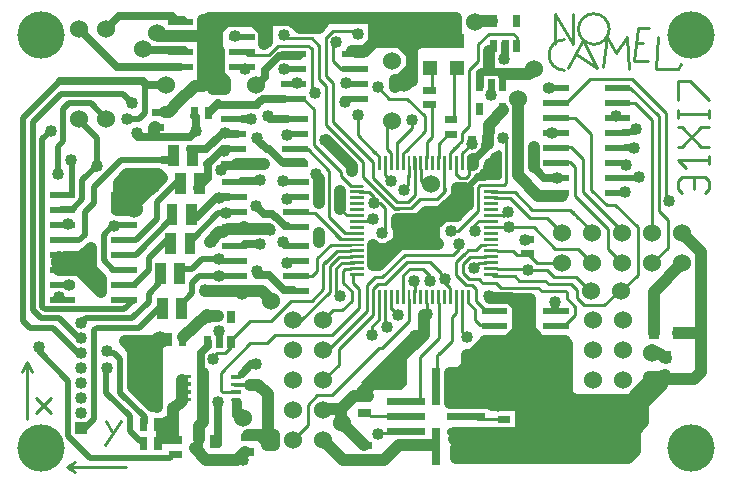
<source format=gbr>
G04 start of page 3 for group 1 idx 2
G04 Title: stribog.main_board, component *
G04 Creator: pcb 20070208 *
G04 CreationDate: Sun Apr  6 09:45:45 2008 UTC *
G04 For: dti *
G04 Format: Gerber/RS-274X *
G04 PCB-Dimensions: 236220 157480 *
G04 PCB-Coordinate-Origin: lower left *
%MOIN*%
%FSLAX24Y24*%
%LNFRONT*%
%ADD11C,0.0400*%
%ADD12C,0.0250*%
%ADD13C,0.0100*%
%ADD14C,0.0200*%
%ADD15C,0.0250*%
%ADD16C,0.0098*%
%ADD17C,0.0600*%
%ADD18R,0.0400X0.0400*%
%ADD19C,0.1575*%
%ADD20R,0.0240X0.0240*%
%ADD21R,0.0200X0.0200*%
%ADD26R,0.0340X0.0340*%
%ADD27C,0.0380*%
%ADD28C,0.0207*%
%ADD29C,0.1260*%
%ADD30C,0.0350*%
%ADD31C,0.0350*%
%ADD32C,0.0336*%
%ADD33C,0.0120*%
%ADD34C,0.0105*%
%ADD35R,0.0500X0.0500*%
%ADD36R,0.0360X0.0360*%
%ADD37R,0.0098X0.0098*%
%ADD38R,0.0250X0.0250*%
%ADD39R,0.0120X0.0120*%
G54D14*G36*
X11631Y3166D02*X13385Y4921D01*
X13438Y4868D01*
X13418Y4827D01*
X13405Y4776D01*
X13400Y4724D01*
X13405Y4672D01*
X13418Y4621D01*
X13441Y4574D01*
X13471Y4531D01*
X13508Y4494D01*
X13550Y4464D01*
X13582Y4449D01*
Y4409D01*
X13188Y4015D01*
Y3110D01*
X12992Y2913D01*
X12086D01*
X12024Y2851D01*
X12015Y2855D01*
X11998Y2860D01*
X11991Y2860D01*
X11992Y2874D01*
X11988Y2926D01*
X11974Y2976D01*
X11952Y3024D01*
X11922Y3066D01*
X11885Y3103D01*
X11842Y3133D01*
X11795Y3155D01*
X11745Y3169D01*
X11692Y3174D01*
X11640Y3169D01*
X11631Y3166D01*
G37*
G54D11*X5236Y12204D02*X5118D01*
X5551Y12519D02*X5236Y12204D01*
X7126Y12952D02*X6732D01*
X6378Y13070D02*X6614Y13307D01*
X7047Y12952D02*X7126D01*
Y13228D01*
X6378Y13070D02*X6102D01*
X5551Y12519D01*
X6574Y15314D02*X11968D01*
X10236Y15000D02*X9606D01*
X10393Y15157D02*X10236Y15000D01*
X9606D02*X9330Y15275D01*
X8700D01*
X8425Y15314D02*X8503Y15236D01*
G54D13*X6850Y10196D02*X7007Y10354D01*
G54D11*X6929Y13425D02*X7126Y13228D01*
X6614Y13307D02*Y14330D01*
X11338Y10393D02*X10472Y11259D01*
X11338Y10236D02*Y10393D01*
X6535Y14606D02*X6929Y14212D01*
X6850Y14417D02*Y15157D01*
X6736Y14302D02*X6850Y14417D01*
X6378Y13070D02*Y15275D01*
X4842Y14842D02*X4960Y14724D01*
X5866D01*
X6811Y14881D02*X7165Y15236D01*
X8425Y14448D02*Y15314D01*
X8503Y15236D02*Y14527D01*
X7165Y15236D02*X8070D01*
X8425Y14724D02*Y14899D01*
X8127Y15196D01*
X6929Y14212D02*Y13504D01*
X6259Y14724D02*X5590D01*
X6535Y15157D02*Y14606D01*
X6653Y15275D02*X6535Y15157D01*
X6378Y15275D02*X6653D01*
X3543Y9291D02*X4055D01*
X3503Y9330D02*X3543Y9291D01*
X4056Y8937D02*X3503D01*
Y9330D01*
X3622Y9488D02*X4370D01*
G54D13*X11192Y8748D02*X10965Y8976D01*
G54D11*X10950D02*X10949Y9566D01*
X8425Y10472D02*X7519D01*
G54D12*X6968Y10275D02*X7086Y10393D01*
X7519D01*
G54D11*X10236Y9173D02*Y9960D01*
X4055Y9291D02*X4448Y9685D01*
X4066Y8927D02*X4056Y8937D01*
X4094Y8976D02*Y9094D01*
X5000Y10000D01*
X4370Y9488D02*X4606Y9724D01*
Y9842D01*
X4448Y9685D02*X4763D01*
X5000Y10000D02*X4881Y10118D01*
X3858D01*
X4606Y9842D02*X3858D01*
Y10118D02*X3582Y9842D01*
Y9448D01*
X3622Y9488D01*
X8661Y5905D02*X8346Y6220D01*
X7802Y8307D02*X8574D01*
X6929Y8188D02*X6614Y7874D01*
X8574Y8307D02*X7204D01*
X7047Y8188D02*X6929D01*
G54D12*X7086Y8307D02*X7322D01*
G54D11*X7764Y8344D02*X7802Y8307D01*
X8346Y6220D02*X6456D01*
X4330Y2913D02*Y4488D01*
X4055Y4291D02*Y3031D01*
X4685Y2401D01*
X4842D01*
X4527Y4448D02*X4566Y4409D01*
Y2677D01*
X4842Y2362D02*Y4567D01*
G54D32*X7519Y2480D02*Y2086D01*
G54D11*X4960Y4606D02*X4921Y4566D01*
X3779D01*
X4055Y4291D01*
X10236Y7952D02*Y8149D01*
Y7874D01*
X1614Y7204D02*X1771Y7362D01*
X2322D01*
X2244Y6929D02*X1574D01*
Y7362D01*
X1614Y7204D02*X1653Y7165D01*
X2440D01*
X2322Y7362D02*X2637Y7677D01*
X2637D01*
Y6968D01*
X2992Y6614D01*
Y6181D01*
X2244Y6929D01*
G54D12*X16456Y14015D02*Y14448D01*
X16417Y13976D02*X16456Y14015D01*
G54D14*X15988Y13190D02*X15984Y13186D01*
Y12677D01*
G54D13*X17401Y11023D02*Y10984D01*
G54D11*Y11023D02*Y10354D01*
G54D12*X17755Y10000D02*X18189D01*
X17401Y10354D02*X17755Y10000D01*
G54D11*X12283Y7362D02*X12086D01*
X12047Y7086D02*Y7755D01*
X12244Y7086D02*X12047D01*
Y7755D02*X12165Y7637D01*
G54D13*X12086Y7362D02*Y7322D01*
G54D11*X12440Y7283D02*X13031Y7874D01*
X12637Y7637D02*X12913Y7913D01*
X12637Y7716D02*Y7480D01*
X12165Y7637D02*X12559D01*
X12637Y7598D02*X12834Y7795D01*
Y8385D02*X12952Y8267D01*
X12935Y8049D01*
X12913Y7913D02*Y8425D01*
X12834Y7795D02*X14212D01*
X13779Y8267D02*X13228D01*
X13189Y8228D01*
Y8031D01*
X13818D01*
X14173Y7812D02*X14212Y7795D01*
X14195Y7812D02*X14094Y7913D01*
X14076Y7930D02*X14094Y8346D01*
X13897Y8149D01*
X13779Y8267D01*
X12637Y7480D02*X12244Y7086D01*
X12559Y7637D02*X12283Y7362D01*
G54D13*X13849Y5581D02*X13818Y5551D01*
G54D16*X13840Y5830D02*Y5582D01*
G54D13*X13700Y4724D02*Y4763D01*
G54D11*X13740Y4763D02*Y5433D01*
Y4763D02*X12992Y4015D01*
X13700Y4724D02*X13464D01*
G54D16*X12462Y5829D02*Y5028D01*
G54D11*X10393Y2259D02*X10417Y2283D01*
X10984D01*
X11417Y2716D01*
X10984Y1803D02*Y2322D01*
G54D12*Y1968D02*Y1811D01*
G54D11*X11417Y2716D02*X11889D01*
X11692Y2874D02*X12322Y3503D01*
X11760Y1106D02*X11023Y1843D01*
X16063Y2480D02*X16102Y2440D01*
X17126D01*
X17007Y1417D02*X16968Y1456D01*
Y2283D01*
X16063Y2480D02*X16023Y2440D01*
X16063Y2480D02*X14685D01*
X14606D02*Y3503D01*
X14960D01*
X15196Y3740D01*
Y4094D01*
G54D13*X15558Y8543D02*X15393Y8385D01*
G54D11*X17283Y5551D02*X16889Y5944D01*
X16692D02*X16653Y5984D01*
X15944D01*
X16968Y5669D02*X16732Y5905D01*
X16889Y5944D02*X16653D01*
X16732Y5905D02*X16889Y5748D01*
Y4921D01*
X16968Y4960D02*Y5669D01*
G54D16*X15811Y8549D02*X15558D01*
G54D12*X15748Y10039D02*X15551D01*
G54D11*X15826Y10118D02*X15787D01*
G54D14*X15551Y10039D02*X16247D01*
X15433Y9921D02*X15551Y10039D01*
G54D16*X15307Y11099D02*X15031Y10823D01*
G54D13*X14842Y9724D02*Y9645D01*
G54D11*X15118D01*
Y9015D01*
G54D14*X15275Y9760D02*X15433Y9918D01*
G54D11*X15202Y9639D02*Y9094D01*
G54D14*X15275Y9685D02*Y9760D01*
G54D11*X15944Y10118D02*Y10472D01*
G54D14*X16247Y10039D02*Y10826D01*
G54D11*X16141Y10669D02*Y10196D01*
G54D14*X16247Y10826D02*X16011Y10590D01*
G54D16*X15021Y10815D02*Y10622D01*
G54D11*X16023Y10314D02*X15826Y10118D01*
G54D13*X14842Y8937D02*Y8858D01*
G54D11*Y8740D02*X14409D01*
X14212Y8543D01*
X14291Y8858D02*X13818D01*
X14842Y9645D02*Y8740D01*
Y9133D02*Y9212D01*
G54D12*X15118Y9015D02*Y8937D01*
X14921Y8740D01*
G54D11*X14409Y8700D02*X14842Y9133D01*
G54D12*X14921Y8740D02*Y8740D01*
G54D11*X14803Y9370D02*X14291Y8858D01*
X14212Y8543D02*X12874D01*
X12834Y8503D01*
Y8385D01*
Y8622D02*Y8464D01*
X13818Y8858D02*X13582Y8622D01*
G54D16*X13249Y10042D02*Y10396D01*
G54D13*X13051Y9610D02*X13208Y9767D01*
G54D16*X13216D02*Y10082D01*
G54D11*X13582Y8622D02*X12834D01*
G54D16*X11321Y8746D02*X11203Y8746D01*
G54D15*X12637Y15039D02*X11732Y14133D01*
G54D11*X12587Y15003D02*X11796Y14212D01*
X11338D01*
G54D15*X11732Y14133D02*X11496D01*
G54D13*X12590Y15000D02*X12992D01*
G54D11*X12559Y14724D02*X13468Y14716D01*
X13346Y14133D02*X12952Y14527D01*
X12677Y15039D02*X12716Y15000D01*
G54D13*X12587Y15003D02*X12590Y15000D01*
G54D11*X12322Y15196D02*Y14960D01*
X12086Y14527D02*Y15196D01*
X12952Y14527D02*X12086D01*
X12598Y15039D02*X12677D01*
X12952Y13267D02*X13346Y13661D01*
Y14133D01*
X12795Y13031D02*Y13267D01*
X12952D01*
X13350Y14598D02*Y13220D01*
X12992Y15000D02*X13031Y14960D01*
X13428Y14519D02*X13700Y14763D01*
X14488Y15000D02*X12992D01*
X13468Y14716D02*X13385Y14606D01*
X14803Y15314D02*X14488Y15000D01*
X13665Y14755D02*X14685Y14763D01*
X14803Y14527D02*Y15314D01*
X13428Y14519D02*X14803Y14527D01*
X11889Y15314D02*X14685D01*
X20944Y2283D02*X20905Y2322D01*
X21063Y1850D02*X20511Y1259D01*
X21574Y3307D02*X21063Y2795D01*
X21435Y3308D02*X21436Y3307D01*
X20787Y2755D02*X21378Y3346D01*
X21692Y3267D02*Y3110D01*
X21653Y3307D02*X21692Y3267D01*
X21063Y2795D02*Y1850D01*
X20630Y1141D02*X20590Y1023D01*
X20630D02*X20551Y984D01*
X20866Y2519D02*X21771Y3425D01*
X21692Y3110D02*X20905Y2322D01*
X19330Y1259D02*X20511D01*
X18582Y2598D02*X20944D01*
X18503Y1968D02*X20944D01*
X18622Y1496D02*X20630D01*
X18582Y1653D02*X20708D01*
X18503Y1259D02*Y4448D01*
X18464Y4566D02*Y4173D01*
X18307Y3622D02*Y3385D01*
Y3031D02*Y2755D01*
Y1259D02*X18503D01*
X18543Y1574D02*X18622Y1496D01*
X18543Y1692D02*X18582Y1653D01*
X20905Y2322D02*X18385D01*
X21259Y3346D02*X21653D01*
X22992Y3543D02*X22755Y3307D01*
X21436D02*X22755D01*
X22992Y6181D02*Y3543D01*
X22362Y8149D02*X22992Y7519D01*
X22234Y4842D02*X22992D01*
Y7519D02*Y6141D01*
X22204Y4812D02*X22234Y4842D01*
X19330Y1259D02*X19251Y1299D01*
X19291D02*X15472D01*
X17677Y1338D02*X17637Y1299D01*
X17126D01*
X17007D02*X17086Y1377D01*
X18307Y2755D02*X18267Y2716D01*
X18307Y2480D02*X17126D01*
X17204Y2165D02*X18307D01*
Y1850D02*X17086D01*
Y1692D02*X17204Y1574D01*
X18267D01*
X20590Y984D02*X14803D01*
Y669D02*X20551D01*
X20787Y905D01*
Y1574D01*
X17086Y1377D02*Y2322D01*
X16771Y2598D02*Y3543D01*
X17165Y2204D02*X17204Y2165D01*
X17086Y2322D02*X16850Y2559D01*
X15354D01*
G54D12*X16181D02*X16614D01*
X16181Y2519D02*X15905D01*
G54D11*X16850D02*X16771Y2598D01*
X14763Y3149D02*Y2519D01*
X15236Y3385D02*X14960Y3110D01*
Y3031D01*
X15354Y3622D02*X18307D01*
Y3385D02*X15236D01*
X14960Y3031D02*X18307D01*
X18267Y2716D02*X14960D01*
X14763Y1299D02*X15590D01*
X16503Y1496D02*X14763D01*
X16507Y1492D02*X16503Y1496D01*
X14803Y944D02*Y669D01*
X17086Y1535D02*X17047Y1496D01*
X16299D01*
X15551Y3858D02*X18346D01*
X18464Y4173D02*X15748D01*
X18267Y4448D02*X18307Y4409D01*
Y4133D01*
X17480Y4724D02*X17126Y5078D01*
X17362Y4488D02*X17440Y4566D01*
X18464D01*
X16968Y4960D02*X16653Y4645D01*
X16732Y4724D01*
X17480D01*
X16063Y4448D02*X18267D01*
X17126Y5078D02*X16968D01*
X16771Y3543D02*X16732Y3582D01*
X17283Y4763D02*Y5944D01*
X16653D01*
X16023Y3582D02*Y4409D01*
X15787Y4527D02*X15275Y4015D01*
Y3661D01*
X14763Y3149D01*
X16023Y4409D02*X16063Y4448D01*
X15775Y4553D02*X15787Y4541D01*
Y4527D01*
X15775Y4553D02*X15789Y4566D01*
X16456D01*
X16574Y4448D01*
X16811D01*
X16732Y3582D02*X16023D01*
X16063Y3779D02*X16259Y3976D01*
X16417D01*
X15748Y4173D02*X15551Y3976D01*
Y3858D01*
G54D16*X15809Y7761D02*X15633D01*
Y7759D02*X15472Y7598D01*
G54D13*X14724Y7440D02*X14921Y7637D01*
X14830Y6744D02*Y7204D01*
X14645Y8228D02*X14881D01*
X14842Y6732D02*X14830Y6744D01*
X15055Y7137D02*Y6818D01*
G54D16*X15299Y7368D02*X15279D01*
X15145Y7234D01*
X15811Y7368D02*X15296D01*
G54D13*X14830Y7204D02*X15090Y7464D01*
X15149Y7232D02*X15055Y7137D01*
G54D16*X15598Y7171D02*X15826D01*
X15429Y7000D02*X15598Y7169D01*
X15224Y7598D02*X15066Y7440D01*
G54D13*X14921Y7637D02*Y7795D01*
X14881Y8228D02*X15472Y8818D01*
G54D16*Y7598D02*X15224D01*
X15472D02*X15236D01*
G54D13*X14448Y9645D02*Y9566D01*
X13659Y9883D02*X13976Y9566D01*
G54D16*X14430Y10305D02*Y9603D01*
X13643Y10309D02*Y9883D01*
X13446Y10670D02*Y9437D01*
G54D13*X13464Y9438D02*Y9566D01*
X13311Y8980D02*X13397Y9066D01*
X12787Y8980D02*X13311D01*
X12844Y9202D02*X13228D01*
X13622Y9291D02*X13346Y9015D01*
G54D16*X12775Y8976D02*X12913D01*
G54D13*X14448Y9566D02*X14173Y9291D01*
X13622D01*
X13228Y9202D02*X13464Y9438D01*
G54D16*X15612Y9746D02*X16046D01*
X15551Y9685D02*X15612Y9746D01*
X15551Y8897D02*Y9685D01*
X15472Y8818D02*X15551Y8897D01*
G54D13*X15669Y9763D02*X16417D01*
G54D16*X16046Y9746D02*X16063Y9763D01*
G54D13*X13110Y7440D02*X14724D01*
X14055Y7086D02*X14212Y6929D01*
X13283Y6968D02*X13062Y6748D01*
X14330Y6811D02*X14173Y6968D01*
X13189Y7204D02*X13937D01*
X14094Y7047D01*
X13700Y6968D02*X13283D01*
G54D16*X13053Y6748D02*Y6023D01*
X14233Y5829D02*Y5263D01*
X14624Y6332D02*X14315Y6641D01*
G54D13*X14252Y4645D02*X13622Y4015D01*
G54D16*X14842Y10094D02*X14937Y10000D01*
X15003D01*
X14824Y10319D02*Y10108D01*
G54D13*X15157Y10000D02*X15236Y10078D01*
X15000Y10000D02*X15157D01*
G54D16*X14628Y10771D02*Y10577D01*
G54D11*X15393Y10433D02*Y10629D01*
G54D13*X15236Y10078D02*Y10433D01*
X18873Y7637D02*X18110D01*
X17519Y7165D02*X18346D01*
X17244Y7440D02*X17519Y7165D01*
X16771Y9527D02*X17362Y8937D01*
G54D16*X16771Y9527D02*X16767Y9531D01*
X17267Y8657D02*X16602Y9322D01*
G54D13*X17362Y8937D02*X18618D01*
X18752Y8803D01*
G54D11*X17559Y9409D02*X18346D01*
G54D13*X18700Y8858D02*X18858Y8700D01*
X18858D01*
X18110Y7637D02*X17401Y8346D01*
G54D16*X18070Y6692D02*X17834Y6929D01*
G54D13*X18362Y8149D02*X17850Y8661D01*
X17322D01*
G54D16*X17834Y6929D02*X17204D01*
X16768Y9533D02*X15993D01*
X16179Y8745D02*X16377D01*
X16606Y9336D02*X16082D01*
G54D13*X18621Y10511D02*X18149D01*
X18779Y10354D02*X18621Y10511D01*
X18661Y11023D02*X18188D01*
X18503Y12519D02*X18228D01*
X18779Y9881D02*Y10354D01*
G54D16*X17271Y8661D02*X17370D01*
G54D14*X18228Y9488D02*X18110D01*
X18307Y9409D02*X18228Y9488D01*
G54D13*X18779Y9409D02*Y10026D01*
G54D11*X17559Y9409D02*X16889Y10078D01*
G54D13*X16496Y9842D02*Y11338D01*
G54D11*X16889Y10078D02*Y12598D01*
G54D13*X18818Y8740D02*X19370Y8188D01*
Y8149D01*
X19881Y8307D02*X18779Y9409D01*
X20362Y8220D02*X19055Y9527D01*
X20866Y8346D02*X20117Y9094D01*
X19842D01*
X19330Y9606D01*
X21362Y8149D02*X21338Y8173D01*
X21811Y9291D02*X21889Y9212D01*
X21929D01*
X21889Y8582D02*Y7677D01*
X21574Y8897D02*X21889Y8582D01*
X21574Y12047D02*Y8897D01*
X16377Y8739D02*X16496Y8858D01*
X16417Y6732D02*X16220D01*
X16417Y9763D02*X16496Y9842D01*
X16141Y6496D02*X16299Y6338D01*
G54D16*X16182Y8352D02*X17401D01*
X16180Y7565D02*X16732D01*
G54D13*X16732Y7560D02*X16850Y7440D01*
X17244D01*
G54D16*X17559Y6338D02*X16299D01*
G54D14*X20196Y12007D02*X20275D01*
X20157Y12047D02*X20196Y12007D01*
G54D13*X21338Y11929D02*X20787Y12480D01*
X19291Y13307D02*X20669D01*
X20629Y12992D02*X21574Y12047D01*
X20787Y12480D02*X20236D01*
X20540Y12992D02*X20629D01*
X20523Y13009D02*X20540Y12992D01*
X20669Y13307D02*X21811Y12165D01*
X21535Y14685D02*X21496Y13622D01*
X20748Y13897D02*X20866Y15000D01*
X21259D01*
X20826Y14488D02*X21063D01*
X20748Y13897D02*X21220D01*
X22204Y13622D02*X22323Y13779D01*
X21496Y13622D02*X22204D01*
G54D14*X20748Y11535D02*X20393D01*
X20826Y11614D02*X20748Y11535D01*
X20708Y11023D02*X20433D01*
X20747Y10984D02*X20708Y11023D01*
G54D13*X21338Y8173D02*Y11929D01*
G54D14*X20866Y10000D02*X20275D01*
X20905Y10039D02*X20866Y10000D01*
X20472Y10393D02*Y10511D01*
G54D13*X19055Y9527D02*Y10629D01*
X19330Y9606D02*Y11456D01*
X21811Y12165D02*Y9291D01*
X19055Y10629D02*X18661Y11023D01*
X18700Y14448D02*Y15472D01*
X18110D02*X18700Y14448D01*
X18110Y15472D02*Y14448D01*
X18543Y13661D02*X19055Y14606D01*
X19330Y11456D02*X18779Y12007D01*
X18110D01*
G54D11*X17401Y13622D02*X17244Y13464D01*
G54D13*X19527Y13661D02*X18819Y14133D01*
X19055Y14606D02*X19527Y13661D01*
X19842Y14684D02*X20157Y14173D01*
X20511Y14684D01*
X20590Y13622D01*
X19724Y13700D02*X19842Y14684D01*
X19291Y13307D02*X18503Y12519D01*
X13346Y11653D02*Y11929D01*
X13188Y12637D02*X12598D01*
X13779Y12047D02*X13188Y12637D01*
G54D16*X14027Y11349D02*X13858Y11181D01*
G54D13*X14015Y12928D02*Y13582D01*
X13779Y11551D02*Y12047D01*
G54D16*X14027Y12437D02*Y11349D01*
X13840Y11168D02*Y10646D01*
X13858Y11183D02*X13843Y11168D01*
X12856Y11181D02*Y10566D01*
X13053Y10679D02*Y10825D01*
G54D13*X15551Y14448D02*X15905Y14803D01*
G54D16*X15248Y13586D02*X15484Y13822D01*
G54D11*X15905Y13661D02*Y14212D01*
G54D13*X15551Y13897D02*X15315Y13661D01*
X15551Y13897D02*Y14448D01*
G54D11*X15472Y15236D02*X16023D01*
G54D13*X15905Y14803D02*X16732D01*
X16850Y14685D01*
Y14448D01*
G54D11*X15433Y15196D02*X15472Y15236D01*
G54D12*X15826Y13543D02*X15669D01*
X15629Y13503D01*
G54D11*X17244Y13464D02*X16378D01*
G54D15*X15826Y13543D02*X16338D01*
G54D13*X14724Y10944D02*X14724D01*
X14735Y11932D02*X14763Y11961D01*
Y13582D01*
X15000Y11220D02*X14724Y10944D01*
G54D16*X14913Y11129D02*X14626Y10842D01*
X14973Y11189D02*X15012Y11228D01*
X14628Y10842D02*Y10776D01*
X12520Y10956D02*Y11021D01*
X12658Y10818D02*X12520Y10956D01*
X13031Y11338D02*X12874Y11181D01*
X13054Y10825D02*X13133Y10905D01*
X12659Y10679D02*Y10824D01*
X15012Y11228D02*Y11503D01*
X15248Y11739D01*
G54D13*X13133Y10905D02*X13779Y11551D01*
X13031Y11338D02*X13346Y11653D01*
G54D16*X14527Y11417D02*X14236Y11125D01*
X14527Y11424D02*Y11417D01*
X14234Y11125D02*Y10653D01*
G54D13*X14027Y12917D02*X14015Y12928D01*
G54D16*X14555Y11452D02*X14527Y11424D01*
G54D11*X15905Y11771D02*Y11535D01*
G54D14*X16378Y13464D02*Y13110D01*
G54D12*X15629Y13503D02*Y13070D01*
G54D11*X16378Y12244D02*X15905Y11771D01*
G54D16*X15248Y11739D02*Y13586D01*
G54D11*X15866Y11126D02*Y11377D01*
G54D12*X15791Y11091D02*Y10988D01*
X15830D02*X15393Y10551D01*
G54D13*X16220Y6732D02*X16063D01*
G54D16*X16176Y6974D02*X17121D01*
G54D13*X17125Y6966D02*X17204Y6889D01*
G54D16*X16417Y6732D02*X16771D01*
X16929Y6574D01*
X17795D01*
G54D13*X20362Y7149D02*X19881Y7629D01*
X20362Y8149D02*Y8338D01*
X19881Y7637D02*Y8307D01*
X20866Y6771D02*Y8346D01*
G54D11*X22362Y7149D02*X21417Y6204D01*
Y4842D01*
X21814Y3992D02*X21555Y4173D01*
X21338Y4251D01*
G54D13*X19362Y7149D02*X18873Y7637D01*
G54D16*X18818Y6692D02*X19330Y6181D01*
G54D13*X21362Y7149D02*X21889Y7677D01*
G54D16*X20866Y6771D02*X20315Y6220D01*
Y6220D01*
X18858Y5984D02*X19094Y5748D01*
X19763D01*
X20275Y6259D01*
X18818Y6692D02*X18070D01*
X17795Y6574D02*X17913Y6456D01*
X18661D01*
G54D13*X18779Y5433D02*X18385Y5039D01*
G54D16*X18779Y5433D02*Y5708D01*
X18858Y6259D02*Y5984D01*
G54D12*X18110Y5866D02*Y5590D01*
X18110Y5866D02*X18110Y5866D01*
G54D16*X18661Y6456D02*X18858Y6259D01*
X18779Y5708D02*X18503Y5984D01*
Y6181D01*
X18464Y6220D01*
X17677D01*
X17559Y6338D01*
G54D11*X12913Y1102D02*X14055D01*
G54D13*X13622Y4015D02*Y2519D01*
X11861Y2161D02*X11975Y2047D01*
X14173Y4070D02*Y3307D01*
X11975Y2047D02*X13189D01*
X14247Y4145D02*X14173Y4070D01*
X12204Y1496D02*X12952D01*
G54D11*X12401Y590D02*X12913Y1102D01*
G54D13*X15472Y5905D02*X15826Y5551D01*
X15775Y5553D02*X15748Y5580D01*
G54D16*X15229Y5829D02*X15433Y5626D01*
G54D13*Y5275D01*
X15630Y5078D02*X16102D01*
X15708Y6496D02*X15629Y6574D01*
X16141Y6496D02*X15708D01*
X15570Y6633D02*X15653Y6551D01*
G54D16*X15055Y6814D02*X15236Y6633D01*
X14842Y6732D02*X15157Y6417D01*
X14628Y6207D02*Y6312D01*
X15236Y6633D02*X15330D01*
G54D13*X15472Y6299D02*Y5905D01*
X15354Y6417D02*X15472Y6299D01*
X15275Y6417D02*X15354D01*
G54D16*X15157D02*X15263D01*
X15283Y6633D02*X15570D01*
G54D13*X12244Y4330D02*X12362D01*
G54D16*X12265Y5295D02*Y6043D01*
G54D13*X12055Y6295D02*Y6307D01*
X12204Y6456D01*
G54D16*X11346Y4728D02*X10905Y4287D01*
Y4106D01*
G54D13*X10669Y2755D02*X12244Y4330D01*
X10905Y3771D02*Y4291D01*
X10393Y4259D02*X10559D01*
G54D16*X9393Y5259D02*X9660D01*
X10603Y6202D01*
X9898Y5908D02*X10015D01*
X10388Y6281D01*
G54D13*X10393Y3259D02*X10905Y3771D01*
X9393Y1259D02*X9881Y1748D01*
G54D11*X11063Y590D02*X12401D01*
X10393Y1259D02*X11063Y590D01*
G54D13*X9881Y1748D02*Y2440D01*
X10196Y2755D01*
X10669D01*
X15433Y5275D02*X15630Y5078D01*
X14823Y5499D02*X14679Y5354D01*
G54D16*X14824Y5829D02*Y5499D01*
X15021Y5830D02*Y4853D01*
G54D13*X16327Y1972D02*X16323Y1968D01*
X15511D01*
X15029Y4852D02*X15196Y4685D01*
X14252Y4133D02*X14685Y4566D01*
Y5354D01*
X12460Y8307D02*X12342Y8189D01*
G54D16*X12460Y8980D02*X12267Y9173D01*
G54D13*X12362Y8189D02*Y8188D01*
X12460Y8956D02*Y8287D01*
G54D16*X11732Y10039D02*Y10019D01*
G54D13*X12126Y10826D02*X11535Y11417D01*
X11732Y10039D02*Y10118D01*
Y10078D02*Y10511D01*
X12264Y10691D02*X12110Y10845D01*
G54D16*X12047Y10511D02*Y10000D01*
X12267Y9173D02*X12086D01*
X12084Y9356D02*X11911Y9533D01*
X11596D01*
X12086Y9173D02*Y9354D01*
X11732Y10019D02*X12775Y8976D01*
X12047Y10000D02*X12854Y9192D01*
G54D13*X12661Y9901D02*X12464Y10098D01*
G54D16*X12462Y10097D02*Y10373D01*
G54D13*X12126Y6692D02*X12362D01*
X13189Y7204D02*X12441Y6456D01*
X12362Y6692D02*X13110Y7440D01*
X11974Y8549D02*X12047Y8622D01*
G54D16*X11699Y8549D02*X11974D01*
X11329Y7564D02*X10837D01*
X11063Y6732D02*Y6905D01*
X11329Y6974D02*X11231D01*
X11015Y7171D02*X10826Y6982D01*
G54D13*X10118Y8818D02*X10972Y7968D01*
G54D16*X11132Y8157D02*X10748Y8543D01*
G54D13*X11063Y6496D02*Y6732D01*
G54D16*X9976Y6732D02*X10015D01*
X10191Y6907D01*
X10388Y7124D02*X10486Y7222D01*
X10191Y6907D02*Y7320D01*
X10603Y7045D02*X10662Y7104D01*
X11335Y8155D02*X11137D01*
X10972Y7958D02*X11448D01*
X10925Y7367D02*X10629Y7072D01*
X11330Y7761D02*X10644D01*
G54D13*Y7767D02*X10196Y7322D01*
G54D16*X10838Y7562D02*X10433Y7161D01*
X10388Y6281D02*Y7124D01*
X10603Y6202D02*Y7045D01*
G54D13*X12047Y10511D02*X10708Y11850D01*
Y11929D02*Y13149D01*
X11732Y10511D02*X10708Y11535D01*
Y11850D02*Y11968D01*
X10472Y11771D02*Y13070D01*
X10078Y11102D02*X10984Y10196D01*
Y10078D01*
X12204Y13031D02*X12598Y12637D01*
G54D16*X12519Y10984D02*Y11889D01*
G54D12*X9082Y12635D02*X9080Y12637D01*
X8582Y10944D02*X9015Y10511D01*
X9080Y12637D02*X8385D01*
X8228Y12480D01*
X8909Y8579D02*X9102Y8385D01*
X8582Y6771D02*X9094Y6259D01*
X8189Y6771D02*X8582D01*
X9094Y6259D02*X9370D01*
X9102Y8385D02*X9189D01*
G54D16*X12669Y5637D02*X12874Y5433D01*
X12659Y5829D02*Y5637D01*
G54D13*X11850Y5551D02*Y6417D01*
G54D16*X12055Y6295D02*Y5436D01*
G54D13*X11850Y6417D02*X12126Y6692D01*
X12441Y6456D02*X12204D01*
G54D16*X12007Y5039D02*X12263Y5295D01*
G54D13*X12362Y4330D02*X12992Y4960D01*
G54D16*X12055Y5436D02*X11315Y4696D01*
X11346Y4728D02*Y4728D01*
G54D13*X11574Y5669D02*X10669Y4763D01*
X10559Y4259D02*X11850Y5551D01*
X12007Y5039D02*Y4803D01*
X11338Y5905D02*Y6220D01*
X11378Y6496D02*X11574Y6299D01*
Y5669D01*
G54D16*X13447Y6198D02*Y6460D01*
X12992Y4960D02*X13252Y5220D01*
X13250D02*Y5972D01*
G54D13*X14252Y4645D02*Y5433D01*
X13937Y6732D02*Y6574D01*
X13700Y6968D02*X13937Y6732D01*
X14330Y6614D02*Y6811D01*
X9943Y6732D02*X9527D01*
X10000D02*X9645D01*
X10393Y5259D02*X10724Y5590D01*
X10669Y4763D02*X8779D01*
X9921Y5905D02*X9330D01*
X8661Y5236D01*
X10826Y6181D02*X10944Y6063D01*
X10724Y5590D02*X11023D01*
X11338Y5905D01*
X10826Y6864D02*Y6177D01*
X11338Y6220D02*X11063Y6496D01*
X11378Y6731D02*Y6496D01*
G54D16*X11008Y7368D02*X11335D01*
X11011Y7367D02*X10925D01*
X10826Y6984D02*Y6807D01*
X11063Y6905D02*X11129Y6972D01*
X11127Y7171D02*X11427D01*
X11129Y6974D02*X11243D01*
X11133Y7171D02*X11015D01*
G54D12*X5944Y11377D02*X4212D01*
X6181Y9645D02*X6535Y9999D01*
X6141Y11574D02*X5944Y11377D01*
X5960Y10944D02*X6496D01*
X6141Y12032D02*Y11574D01*
X5047Y10590D02*X5433D01*
G54D14*X5624Y9973D02*X4842Y9190D01*
G54D12*X6098Y12075D02*X6141Y12032D01*
G54D14*X3413Y8381D02*X3342D01*
X4133Y7913D02*X3937D01*
X5354Y8661D02*Y8661D01*
X4842Y9190D02*Y8622D01*
X3661Y10590D02*X5315D01*
X4842Y8622D02*X4133Y7913D01*
X3858Y11968D02*X4252D01*
X2834Y11338D02*X2244Y11929D01*
X4015Y12480D02*X3700Y12795D01*
X1653D01*
X1732Y11220D02*Y12283D01*
G54D12*X4370Y13228D02*X1614D01*
X4488Y13110D02*X4370Y13228D01*
X8149Y9055D02*X8409Y8795D01*
G54D14*X6036Y7965D02*X6889Y8818D01*
X7165D01*
X5949Y7965D02*X6036D01*
G54D12*X8188Y12440D02*X6889D01*
X7725Y11970D02*X7727Y11968D01*
X7952D01*
X6649Y10566D02*X7043Y10960D01*
X6496Y10944D02*X7007Y11456D01*
X8149Y9881D02*X7677D01*
X6850Y9370D02*X7204D01*
X8582Y12007D02*X8622Y11968D01*
X7007Y11456D02*X7519D01*
G54D13*X8582Y12007D02*X8622D01*
G54D12*X8189Y11259D02*X8503Y10944D01*
X8189Y9921D02*X8149Y9881D01*
G54D11*X4763Y11661D02*Y11456D01*
X4791Y11689D02*X4763Y11661D01*
G54D12*X4212Y11377D02*X4173Y11417D01*
Y11496D01*
G54D14*X4252Y11968D02*X4448Y12165D01*
X1968Y10590D02*X2007Y10551D01*
X2834Y10393D02*Y11338D01*
X2755Y9685D02*X3661Y10590D01*
X2755Y9173D02*Y9685D01*
X2007Y10551D02*Y9448D01*
X3149Y11968D02*X2637Y12480D01*
X1929D01*
X393Y5236D02*X629Y5000D01*
X3757Y5618D02*X1110D01*
X708Y5597D02*X991Y5314D01*
X629Y5000D02*X1378D01*
X4234D02*X2834D01*
X2322Y5153D02*X2484Y5314D01*
X4066Y5927D02*X3757Y5618D01*
X3622Y2834D02*Y3976D01*
X3937Y2047D02*X3149Y2834D01*
Y3661D01*
X3425Y4173D02*X3188D01*
X1102Y5629D02*X1023Y5708D01*
X1889Y3228D02*X905Y4212D01*
G54D13*X511Y3858D02*X669Y3543D01*
X511Y1968D02*Y3858D01*
X354Y3543D01*
G54D14*X905Y4212D02*Y4330D01*
X1574Y5319D02*X2248Y4645D01*
X2322D01*
X1378Y5000D02*X2204Y4173D01*
X2322D01*
G54D11*X7512Y590D02*X7322D01*
X7784Y862D02*X7512Y590D01*
X6102Y984D02*X6496Y590D01*
X7440D01*
X8503Y1181D02*X8267Y1417D01*
X6256Y1310D02*X6259Y1314D01*
Y1732D01*
X6378Y1850D01*
X8740Y1417D02*Y1102D01*
X8503D01*
X7874Y1417D02*X8740D01*
G54D12*X6535Y4409D02*Y4527D01*
G54D13*X6850Y4173D02*X6732Y4055D01*
G54D12*X6299Y4173D02*X6535Y4409D01*
G54D11*X5712Y4696D02*X6527Y5433D01*
X6889Y5393D02*X6614D01*
G54D12*X6378Y3503D02*X6299Y3582D01*
G54D13*X7126Y4173D02*X6850D01*
X7315Y4362D02*X7126Y4173D01*
X7315Y4447D02*Y4387D01*
Y4447D02*Y4362D01*
G54D11*X8228Y3110D02*X7952D01*
G54D33*X7440D01*
G54D11*X8503Y2834D02*X8228Y3110D01*
G54D13*X7007Y2874D02*X7519D01*
G54D11*X8543Y1377D02*Y2795D01*
G54D13*X8779Y4763D02*X8504Y4488D01*
X8070D01*
X8661Y5236D02*X7952D01*
X7322Y4606D01*
X7322D01*
G54D12*X7992Y3779D02*X8149D01*
X7677Y3464D02*X7992Y3779D01*
G54D13*X7591Y3368D02*X7677Y3454D01*
Y3464D01*
G54D12*X6889Y2519D02*Y1141D01*
G54D11*X6378Y1850D02*Y3503D01*
G54D12*X6299Y3582D02*Y4173D01*
G54D13*X6968Y3503D02*Y2913D01*
X7007Y2874D01*
X8138Y4484D02*X7949D01*
X6968Y3503D01*
G54D14*X4566Y6141D02*X4921Y6496D01*
X4566Y5866D02*Y6141D01*
Y5940D02*Y6141D01*
Y6927D02*Y7322D01*
X4066Y6427D02*X4566Y6927D01*
X6023Y6496D02*X6259Y6732D01*
X6929D01*
X4921Y6496D02*Y6850D01*
X6023Y6968D02*X6338Y7283D01*
X6929D01*
X5034Y5799D02*X4234Y5000D01*
X3622Y3976D02*X3425Y4173D01*
X2755Y4921D02*Y1968D01*
X2834Y5000D02*X2755Y4921D01*
X4445Y2011D02*X3622Y2834D01*
X4445Y1822D02*Y2011D01*
X3937Y1574D02*Y2047D01*
X2755Y1968D02*X2362Y1574D01*
X1889Y1405D02*Y3228D01*
X2626Y669D02*X1889Y1405D01*
G54D13*X1850Y354D02*X2125Y511D01*
X1850Y354D02*X2125Y196D01*
G54D11*X5000Y1338D02*Y1771D01*
X5393Y1338D02*X5000D01*
X5393Y2322D02*Y1338D01*
X5196Y1850D02*Y1338D01*
X5393Y2283D02*X5669Y2559D01*
Y3267D01*
G54D14*X5268Y669D02*X2626D01*
G54D13*X3346Y1535D02*X3149Y1889D01*
X3110Y1102D02*X3661Y1889D01*
G54D14*X4405Y1231D02*X4280D01*
X3937Y1574D01*
G54D13*X1850Y354D02*X3818D01*
G54D14*X5382Y783D02*X5268Y669D01*
G54D13*X8896Y14409D02*X8581Y14094D01*
G54D12*X8928Y14055D02*X9566D01*
G54D13*X8581Y14094D02*X7874D01*
G54D12*X4409Y14251D02*X5748D01*
X4370Y14291D02*X4409Y14251D01*
G54D13*X7874Y14094D02*X7755Y14212D01*
G54D12*X5511Y15236D02*X5708D01*
X5354Y15275D02*X5708D01*
X5354Y15393D02*X5511Y15236D01*
X3149Y14968D02*X3574Y15393D01*
X5354D01*
X5629Y13700D02*X3503D01*
X2244Y14960D01*
G54D13*X10236Y13307D02*Y14409D01*
X10000Y12952D02*Y14330D01*
Y14291D02*Y14251D01*
X10236Y14409D02*X10000Y14645D01*
X10708Y14370D02*Y13897D01*
X10984Y13622D02*X11378D01*
X10708Y13897D02*X10984Y13622D01*
X9881Y14409D02*X10000Y14291D01*
X10000Y14645D02*X9015D01*
X9881Y14409D02*X8896D01*
X10472Y13385D02*Y14685D01*
Y13385D02*X10708Y13149D01*
X10472Y13070D02*X10236Y13307D01*
X10468Y14677D02*X10700Y14909D01*
X11543D01*
G54D12*X8464Y13591D02*X8928Y14055D01*
X8464Y13582D02*Y13346D01*
G54D13*X10748Y11496D02*X10472Y11771D01*
X10590Y10236D02*Y8700D01*
G54D16*X10791Y8114D02*X10936Y7968D01*
X11035D01*
X11329Y9730D02*X10984Y10075D01*
G54D13*X11535Y11417D02*Y12086D01*
G54D12*X6181Y8700D02*X6850Y9370D01*
X8692Y8795D02*X8908Y8579D01*
G54D13*X10590Y8700D02*X10748Y8543D01*
Y8543D01*
G54D12*X8409Y8795D02*X8692D01*
X8908Y8579D02*X8909D01*
G54D16*X10118Y8818D02*X9724D01*
G54D12*X8189Y7795D02*X7795D01*
G54D14*X4133Y7440D02*X5354Y8661D01*
X4566Y7322D02*X5236Y7992D01*
X4080Y7440D02*X4133D01*
X4066Y7427D02*X4080Y7440D01*
G54D12*X7047Y10944D02*X7204D01*
X6535Y9999D02*Y10433D01*
X6531Y10448D02*X6689Y10606D01*
G54D13*X10078Y12289D02*Y11102D01*
G54D12*X8622Y11968D02*X9173D01*
X8503Y10944D02*X8582D01*
G54D13*X9133Y9960D02*X9133D01*
X9055Y10039D02*X9133Y9960D01*
G54D12*X9015Y10511D02*X9724D01*
G54D13*X9881Y10944D02*X10590Y10236D01*
X9775Y10970D02*X9800Y10944D01*
X9881D01*
G54D12*X6889Y12480D02*X6574Y12165D01*
G54D13*X9732Y12635D02*X10078Y12289D01*
X10118Y12874D02*Y12834D01*
X10000Y12992D02*X10118Y12874D01*
Y12834D02*X10000Y12952D01*
X9763Y12637D02*X9527D01*
X9488Y13149D02*X9409D01*
G54D12*X8464Y13346D02*X8149Y13031D01*
G54D14*X4448Y12165D02*Y13110D01*
G54D12*X5149Y13110D02*X5149Y13110D01*
X4488D01*
G54D14*X5674Y5799D02*X6023Y6149D01*
Y6496D01*
X5595Y6981D02*X5608Y6968D01*
X6023D01*
X2440Y8110D02*X2244Y7913D01*
X1968D01*
X2440Y8351D02*Y8858D01*
X2047Y8976D02*X1653D01*
X2440Y8858D02*X2755Y9173D01*
X2362Y9291D02*Y9921D01*
Y9291D02*X2047Y8976D01*
X2362Y9921D02*X2834Y10393D01*
X1732Y12283D02*X1929Y12480D01*
X1023Y9291D02*Y11299D01*
X1653Y12795D02*X708Y11850D01*
X1535Y11023D02*Y10118D01*
X1023Y11299D02*X1299Y11574D01*
X1732Y11220D02*X1535Y11023D01*
X708Y11850D02*Y5597D01*
X1023Y5708D02*Y9330D01*
X984Y5314D02*X866Y5433D01*
X866D01*
X984Y5314D02*X988Y5319D01*
X1574D01*
X393Y12007D02*X1614Y13228D01*
X393Y5236D02*Y12007D01*
X3342Y8381D02*X3070Y8110D01*
Y7244D01*
X3385Y6929D02*X3582D01*
X3070Y7244D02*X3385Y6929D01*
X2440Y8346D02*Y8110D01*
X2484Y5314D02*X4015D01*
X4566Y5866D01*
G54D13*X18425Y14606D02*G75*G03X17913Y14094I0J-511D01*G01*
G75*G03X18425Y13582I511J0D01*G01*
X19409Y15472D02*G75*G03X18897Y14960I0J-511D01*G01*
G75*G03X19409Y14448I511J0D01*G01*
X19409D02*G75*G03X19921Y14960I0J511D01*G01*
X19409Y15472D02*G75*G02X19921Y14960I0J-511D01*G01*
X826Y2675D02*X1326Y2175D01*
X826D02*X1326Y2675D01*
G54D34*X22341Y9488D02*X22210Y9619D01*
Y9881D02*Y9619D01*
Y9881D02*X22341Y10012D01*
X23127D01*
X23258Y9881D02*X23127Y10012D01*
X23258Y9881D02*Y9619D01*
X23127Y9488D02*X23258Y9619D01*
X22734Y10012D02*Y9619D01*
X23258Y10720D02*Y10458D01*
X22210Y10589D02*X23258D01*
X22472Y10327D02*X22210Y10589D01*
Y11034D02*X22341D01*
X22996Y11689D01*
X23258D01*
X22996Y11034D02*X23258D01*
X22996D02*X22341Y11689D01*
X22210D02*X22341D01*
X22210Y12266D02*Y12004D01*
Y12135D02*X23258D01*
Y12266D02*Y12004D01*
Y12581D02*X22603Y13236D01*
X22210D02*X22603D01*
X22210D02*Y12581D01*
G54D17*X13976Y9803D03*
X12677Y11889D03*
Y13889D03*
X22362Y8149D03*
Y7149D03*
X21362Y8149D03*
Y7149D03*
X20362Y8149D03*
Y7149D03*
X19362Y8149D03*
Y7149D03*
X18362Y8149D03*
Y7149D03*
G54D11*X2322Y5153D03*
Y4653D03*
Y4153D03*
Y3653D03*
Y3153D03*
Y2653D03*
Y2153D03*
G54D18*Y1653D03*
G54D17*X10393Y1259D03*
X9393D03*
X10393Y2259D03*
X9393D03*
X10393Y3259D03*
X9393D03*
X10393Y4259D03*
Y5259D03*
X9393Y4259D03*
Y5259D03*
X20393Y1259D03*
X19393D03*
X20393Y2259D03*
X19393D03*
X20393Y3259D03*
X19393D03*
X20393Y4259D03*
X19393D03*
X20393Y5259D03*
X19393D03*
X19330Y6220D03*
X20315D03*
X2244Y14960D03*
Y11960D03*
X3149Y11968D03*
Y14968D03*
X8149Y13110D03*
X5149D03*
G54D19*X984Y984D03*
G54D17*X1614Y7204D03*
G54D11*X905Y4370D03*
X1929Y6417D03*
X1574Y6023D03*
X4842Y3503D03*
X3188Y4212D03*
G54D17*X2834Y6574D03*
G54D11*X7992Y11968D03*
X8267Y9925D03*
X8189Y11338D03*
X8425Y10472D03*
X10952Y9566D03*
X12086Y9173D03*
X10952Y8976D03*
X11338Y10236D03*
X8543Y12047D03*
X13346Y11929D03*
X10433Y11259D03*
X9173Y11417D03*
X12204Y13031D03*
X10826Y14511D03*
X8425Y14448D03*
X7795Y13622D03*
X7440Y14724D03*
G54D17*X6771Y13267D03*
G54D11*X6968Y10275D03*
G54D17*X4842Y14842D03*
X4370Y14291D03*
G54D11*X3858Y11968D03*
X9094Y13622D03*
X6929Y6732D03*
X8181Y6885D03*
X6929Y7283D03*
G54D17*X7716Y2007D03*
G54D11*X7716Y590D03*
X6889Y2519D03*
Y5393D03*
X6929Y4881D03*
X6732Y3976D03*
X8149Y3779D03*
Y9055D03*
X6929Y9330D03*
X7165Y8818D03*
X3188Y3661D03*
G54D17*X4055Y4409D03*
X4960Y4606D03*
G54D11*X4842Y2362D03*
X3413Y8381D03*
G54D17*X4094Y8976D03*
G54D11*X10236Y9173D03*
Y7952D03*
X10157Y10118D03*
X12047Y7401D03*
X12519Y5027D03*
X8622Y8267D03*
X9055Y9881D03*
X9173Y9291D03*
Y7165D03*
G54D17*X8661Y5905D03*
G54D11*X9055Y7874D03*
X6456Y6259D03*
X8267Y7795D03*
X7677Y6141D03*
X4173Y11496D03*
X7102Y11496D03*
X7086Y10905D03*
X4015Y12480D03*
X6141Y11574D03*
X6653Y7874D03*
G54D19*X984Y14763D03*
G54D11*X1535Y10118D03*
X1299Y11574D03*
X1889Y8464D03*
X1968Y10590D03*
X2834Y10393D03*
G54D17*X4881Y10000D03*
G54D11*X12007Y4763D03*
X11692Y2874D03*
G54D17*X8582Y1220D03*
X11023Y1811D03*
G54D11*X14842Y1102D03*
X12204Y1456D03*
X13700Y4724D03*
X17677Y3976D03*
G54D17*X17126Y1811D03*
X18622Y2598D03*
X16220Y2480D03*
X15665Y3614D03*
G54D19*X22637Y984D03*
G54D17*X21338Y4173D03*
X21653Y3307D03*
X13070Y13149D03*
G54D11*X11141D03*
G54D17*X13464Y14527D03*
G54D11*X11535Y14803D03*
X12086Y14527D03*
X11535Y12086D03*
X11102Y12519D03*
X10118Y12834D03*
X9527Y13149D03*
X9094Y14763D03*
X20433Y9527D03*
X20747Y10984D03*
X20826Y11614D03*
X20472Y10433D03*
X20905Y10039D03*
G54D19*X22637Y14763D03*
G54D11*X17913Y12992D03*
G54D17*X17401Y13622D03*
X16889Y12637D03*
G54D11*X20157Y12047D03*
X18031Y11496D03*
X18189Y10000D03*
X17401Y11023D03*
X21929Y9212D03*
X12362Y8149D03*
X10944Y6063D03*
X12047Y8622D03*
X14921Y9645D03*
X13094Y9602D03*
X12661Y9901D03*
X13858Y5476D03*
X12874Y5433D03*
X15196Y4685D03*
X13110Y1102D03*
X13425Y6574D03*
X14448Y6614D03*
X13937Y6574D03*
X14921Y7795D03*
X14645Y8228D03*
X14842Y8740D03*
X18307Y9409D03*
X18110Y5866D03*
X17126Y7913D03*
G54D17*X16968Y5078D03*
G54D11*X17204Y6929D03*
X16378Y12244D03*
X16417Y13976D03*
X15984Y12755D03*
X16378Y11338D03*
X15354Y11141D03*
G54D17*X15433Y15196D03*
G54D11*X15393Y10433D03*
X15433Y8228D03*
X16574Y8346D03*
X15905Y6063D03*
X16535Y8858D03*
X16692Y5944D03*
G54D17*X16023Y10314D03*
G54D11*X15429Y7000D03*
G54D21*X9082Y14135D02*X9732D01*
X9082Y13635D02*X9732D01*
X9082Y13135D02*X9732D01*
X9082Y12635D02*X9732D01*
X9125Y11970D02*X9775D01*
X11132Y12635D02*X11782D01*
X11132Y14135D02*X11782D01*
G54D35*X14850Y14548D03*
X13950D03*
G54D21*X11132Y13135D02*X11782D01*
X11132Y13635D02*X11782D01*
G54D35*X14850Y13648D03*
X13950D03*
G54D20*X13847Y12437D02*X14027D01*
X13847Y12917D02*X14027D01*
X14555Y11452D02*X14735D01*
X14555Y11932D02*X14735D01*
G54D21*X19873Y9509D02*X20523D01*
X19873Y10009D02*X20523D01*
X19873Y12509D02*X20523D01*
X19873Y13009D02*X20523D01*
X19873Y10509D02*X20523D01*
X19873Y11009D02*X20523D01*
X19873Y11509D02*X20523D01*
X19873Y12009D02*X20523D01*
X17823Y13009D02*X18473D01*
X17823Y12509D02*X18473D01*
X17823Y12009D02*X18473D01*
X17823Y11509D02*X18473D01*
X17823Y11009D02*X18473D01*
X17823Y10509D02*X18473D01*
G54D20*X15830Y11271D02*Y11091D01*
X15598Y12370D02*Y12210D01*
X16378Y12370D02*Y12210D01*
G54D21*X17823Y10009D02*X18473D01*
X17823Y9509D02*X18473D01*
G54D20*X16378Y13190D02*Y13030D01*
X15988Y13190D02*Y13030D01*
X15598Y13190D02*Y13030D01*
X16063Y15309D02*Y15149D01*
Y14489D02*Y14329D01*
X16843Y15309D02*Y15149D01*
X16453Y14489D02*Y14329D01*
X16843Y14489D02*Y14329D01*
G54D21*X7114Y9844D02*X7764D01*
G54D36*X5624Y9973D02*Y9633D01*
X6264Y9973D02*Y9633D01*
X6028Y10918D02*Y10578D01*
G54D21*X7075Y10970D02*X7725D01*
X7075Y10470D02*X7725D01*
X9125D02*X9775D01*
X9125Y10970D02*X9775D01*
X9125Y11470D02*X9775D01*
X7075Y11970D02*X7725D01*
X7075Y11470D02*X7725D01*
G54D36*X5388Y10918D02*Y10578D01*
G54D20*X4791Y11689D02*X4971D01*
X4791Y12169D02*X4971D01*
X6098Y12255D02*Y12075D01*
G54D21*X7353Y13698D02*X8003D01*
X7353Y14198D02*X8003D01*
X7353Y14698D02*X8003D01*
X7353Y15198D02*X8003D01*
X5303D02*X5953D01*
X5303Y14698D02*X5953D01*
X5303Y14198D02*X5953D01*
X5303Y13698D02*X5953D01*
G54D20*X6578Y12255D02*Y12075D01*
G54D21*X7114Y7718D02*X7764D01*
G54D36*X5349Y8949D02*Y8609D01*
X5989Y8949D02*Y8609D01*
X5309Y7965D02*Y7625D01*
X5949Y7965D02*Y7625D01*
G54D21*X7114Y7218D02*X7764D01*
X7114Y6718D02*X7764D01*
X7114Y6218D02*X7764D01*
G54D36*X5595Y6981D02*Y6641D01*
G54D21*X9164Y6218D02*X9814D01*
X9164Y6718D02*X9814D01*
X9164Y7218D02*X9814D01*
X7114Y9344D02*X7764D01*
X7114Y8844D02*X7764D01*
X7114Y8344D02*X7764D01*
X9164Y7718D02*X9814D01*
X9164Y8344D02*X9814D01*
X9164Y8844D02*X9814D01*
X9164Y9344D02*X9814D01*
X9164Y9844D02*X9814D01*
G54D16*X11315Y9730D02*X11685D01*
G54D37*X11315Y9533D02*X11685D01*
X11315Y9336D02*X11685D01*
X11315Y9139D02*X11685D01*
X11315Y8943D02*X11685D01*
X11315Y8746D02*X11685D01*
X11315Y8549D02*X11685D01*
X11315Y8352D02*X11685D01*
X11315Y8155D02*X11685D01*
X11315Y7958D02*X11685D01*
X11315Y7761D02*X11685D01*
X11315Y7565D02*X11685D01*
X11315Y7368D02*X11685D01*
X11315Y7171D02*X11685D01*
X11315Y6974D02*X11685D01*
X11315Y6777D02*X11685D01*
G54D21*X3416Y5927D02*X4066D01*
X3416Y6427D02*X4066D01*
X3416Y6927D02*X4066D01*
X3416Y7427D02*X4066D01*
X3416Y7927D02*X4066D01*
X3416Y8427D02*X4066D01*
X3416Y8927D02*X4066D01*
G54D36*X4955Y6981D02*Y6641D01*
G54D21*X3416Y9427D02*X4066D01*
X1366D02*X2016D01*
X1366Y8927D02*X2016D01*
X1366Y8427D02*X2016D01*
X1366Y7927D02*X2016D01*
X1366Y7427D02*X2016D01*
X1366Y6927D02*X2016D01*
X1366Y6427D02*X2016D01*
X1366Y5927D02*X2016D01*
G54D20*X11681Y2161D02*X11861D01*
X11681Y2641D02*X11861D01*
X11721Y586D02*X11901D01*
X11721Y1066D02*X11901D01*
X16327Y1452D02*X16507D01*
X16327Y1932D02*X16507D01*
G54D38*X14654Y2538D02*X15654D01*
X14654Y2038D02*X15654D01*
G54D15*X14654Y1538D02*X15654D01*
G54D21*X15775Y4553D02*X16425D01*
X15775Y4053D02*X16425D01*
G54D20*X17114Y7476D02*X17294D01*
X17114Y7956D02*X17294D01*
G54D21*X15775Y5553D02*X16425D01*
X15775Y5053D02*X16425D01*
X17825Y4053D02*X18475D01*
X17825Y4553D02*X18475D01*
X17825Y5053D02*X18475D01*
X17825Y5553D02*X18475D01*
G54D26*X22204Y4872D02*Y4812D01*
X21424Y4872D02*Y4812D01*
X21814Y4052D02*Y3992D01*
G54D38*X14154Y3538D02*Y2538D01*
Y1538D02*Y538D01*
X12654Y2038D02*X13654D01*
X12654Y1538D02*X13654D01*
X12654Y2538D02*X13654D01*
G54D37*X15795Y6777D02*X16165D01*
X15795Y6974D02*X16165D01*
X15795Y7171D02*X16165D01*
X13446Y6200D02*Y5830D01*
X13643Y6200D02*Y5830D01*
X13840Y6200D02*Y5830D01*
X14037Y6200D02*Y5830D01*
X14234Y6200D02*Y5830D01*
X14431Y6200D02*Y5830D01*
X14627Y6200D02*Y5830D01*
X14824Y6200D02*Y5830D01*
X15021Y6200D02*Y5830D01*
X15218Y6200D02*Y5830D01*
X12265Y6200D02*Y5830D01*
X12462Y6200D02*Y5830D01*
X12659Y6200D02*Y5830D01*
X12856Y6200D02*Y5830D01*
X13053Y6200D02*Y5830D01*
X13249Y6200D02*Y5830D01*
X15795Y8155D02*X16165D01*
X15795Y8352D02*X16165D01*
X15795Y7368D02*X16165D01*
X15795Y7565D02*X16165D01*
X15795Y7761D02*X16165D01*
X15795Y7958D02*X16165D01*
X15795Y8549D02*X16165D01*
X15795Y8746D02*X16165D01*
X15795Y8943D02*X16165D01*
X15795Y9139D02*X16165D01*
X15795Y9336D02*X16165D01*
X15795Y9533D02*X16165D01*
X15795Y9730D02*X16165D01*
X15218Y10680D02*Y10310D01*
X15021Y10680D02*Y10310D01*
X14824Y10680D02*Y10310D01*
X14627Y10680D02*Y10310D01*
X14431Y10680D02*Y10310D01*
G54D20*X15350Y11271D02*Y11091D01*
G54D37*X14234Y10680D02*Y10310D01*
X14037Y10680D02*Y10310D01*
X13840Y10680D02*Y10310D01*
X13643Y10680D02*Y10310D01*
X13446Y10680D02*Y10310D01*
X13249Y10680D02*Y10310D01*
X13053Y10680D02*Y10310D01*
X12856Y10680D02*Y10310D01*
X12659Y10680D02*Y10310D01*
X12462Y10680D02*Y10310D01*
X12265Y10680D02*Y10310D01*
G54D20*X5382Y783D02*X5562D01*
X5382Y1263D02*X5562D01*
X4405Y1231D02*Y1051D01*
X4885Y1231D02*Y1051D01*
X4405Y1861D02*Y1681D01*
X4885Y1861D02*Y1681D01*
X6736Y1310D02*Y1130D01*
X6256Y1310D02*Y1130D01*
X7784Y1342D02*X7964D01*
X7784Y862D02*X7964D01*
X7315Y5427D02*Y5267D01*
Y4607D02*Y4447D01*
X6535Y5427D02*Y5267D01*
Y4607D02*Y4447D01*
X6925Y4607D02*Y4447D01*
G54D39*X5701Y3378D02*X5921D01*
X5701Y3118D02*X5921D01*
X5701Y2868D02*X5921D01*
X5701Y2608D02*X5921D01*
G54D33*X7371Y2598D02*X7591D01*
G54D39*X7371Y2858D02*X7591D01*
X7371Y3108D02*X7591D01*
X7371Y3368D02*X7591D01*
G54D20*X5232Y4696D02*Y4516D01*
X5712Y4696D02*Y4516D01*
G54D36*X5674Y5799D02*Y5459D01*
X5034Y5799D02*Y5459D01*
G54D14*G54D15*G54D27*G54D28*G54D27*G54D29*G54D30*G54D14*G54D30*G54D14*G54D30*G54D14*G54D30*G54D14*G54D31*G54D14*G54D30*G54D31*G54D14*G54D30*G54D14*G54D31*G54D14*G54D29*G54D14*G54D30*G54D14*G54D30*G54D31*G54D14*G54D30*G54D31*G54D30*G54D29*G54D30*G54D14*G54D30*G54D14*G54D29*G54D14*G54D31*G54D14*G54D31*G54D14*G54D30*G54D14*G54D31*G54D14*M02*

</source>
